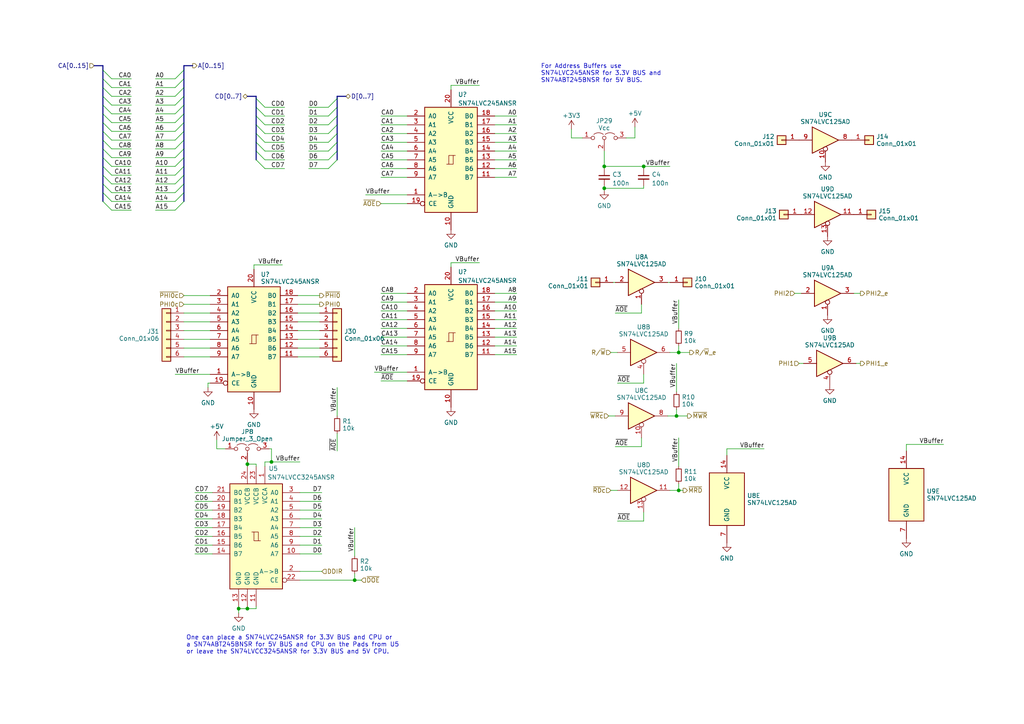
<source format=kicad_sch>
(kicad_sch (version 20230121) (generator eeschema)
  (paper "A4")
  (title_block (title "Unicomp v2 - 6502 6802 Board") (date "2023-07-06") (rev "v1") (company "100% Offner") (comment 1 "v1: Initial"))
  (lib_symbols
    (symbol "74xx:74LS125" (pin_names (offset 1.016))
      (property "Reference" "U" (at 0 1.27 0))
      (property "Value" "74LS125" (at 0 -1.27 0))
      (symbol "74LS125_1_0"
        (polyline (pts (xy -3.81 3.81) (xy -3.81 -3.81) (xy 3.81 0) (xy -3.81 3.81)) (stroke (width 0.254)) (fill (type background)))
        (pin input inverted (at 0 -6.35 90) (length 4.445) (name "~") (number "1"))
        (pin input line (at -7.62 0 0) (length 3.81) (name "~") (number "2"))
        (pin tri_state line (at 7.62 0 180) (length 3.81) (name "~") (number "3"))
      )
      (symbol "74LS125_2_0"
        (polyline (pts (xy -3.81 3.81) (xy -3.81 -3.81) (xy 3.81 0) (xy -3.81 3.81)) (stroke (width 0.254)) (fill (type background)))
        (pin input inverted (at 0 -6.35 90) (length 4.445) (name "~") (number "4"))
        (pin input line (at -7.62 0 0) (length 3.81) (name "~") (number "5"))
        (pin tri_state line (at 7.62 0 180) (length 3.81) (name "~") (number "6"))
      )
      (symbol "74LS125_3_0"
        (polyline (pts (xy -3.81 3.81) (xy -3.81 -3.81) (xy 3.81 0) (xy -3.81 3.81)) (stroke (width 0.254)) (fill (type background)))
        (pin input inverted (at 0 -6.35 90) (length 4.445) (name "~") (number "10"))
        (pin tri_state line (at 7.62 0 180) (length 3.81) (name "~") (number "8"))
        (pin input line (at -7.62 0 0) (length 3.81) (name "~") (number "9"))
      )
      (symbol "74LS125_4_0"
        (polyline (pts (xy -3.81 3.81) (xy -3.81 -3.81) (xy 3.81 0) (xy -3.81 3.81)) (stroke (width 0.254)) (fill (type background)))
        (pin tri_state line (at 7.62 0 180) (length 3.81) (name "~") (number "11"))
        (pin input line (at -7.62 0 0) (length 3.81) (name "~") (number "12"))
        (pin input inverted (at 0 -6.35 90) (length 4.445) (name "~") (number "13"))
      )
      (symbol "74LS125_5_0"
        (pin power_in line (at 0 12.7 270) (length 5.08) (name "VCC") (number "14"))
        (pin power_in line (at 0 -12.7 90) (length 5.08) (name "GND") (number "7"))
      )
      (symbol "74LS125_5_1"
        (rectangle (start -5.08 7.62) (end 5.08 -7.62) (stroke (width 0.254)) (fill (type background)))
      )
    )
    (symbol "74xx:74LS245" (pin_names (offset 1.016))
      (property "Reference" "U" (at -7.62 16.51 0))
      (property "Value" "74LS245" (at -7.62 -16.51 0))
      (symbol "74LS245_1_0"
        (polyline (pts (xy -0.635 -1.27) (xy -0.635 1.27) (xy 0.635 1.27)))
        (polyline (pts (xy -1.27 -1.27) (xy 0.635 -1.27) (xy 0.635 1.27) (xy 1.27 1.27)))
        (pin input line (at -12.7 -10.16 0) (length 5.08) (name "A->B") (number "1"))
        (pin power_in line (at 0 -20.32 90) (length 5.08) (name "GND") (number "10"))
        (pin tri_state line (at 12.7 -5.08 180) (length 5.08) (name "B7") (number "11"))
        (pin tri_state line (at 12.7 -2.54 180) (length 5.08) (name "B6") (number "12"))
        (pin tri_state line (at 12.7 0 180) (length 5.08) (name "B5") (number "13"))
        (pin tri_state line (at 12.7 2.54 180) (length 5.08) (name "B4") (number "14"))
        (pin tri_state line (at 12.7 5.08 180) (length 5.08) (name "B3") (number "15"))
        (pin tri_state line (at 12.7 7.62 180) (length 5.08) (name "B2") (number "16"))
        (pin tri_state line (at 12.7 10.16 180) (length 5.08) (name "B1") (number "17"))
        (pin tri_state line (at 12.7 12.7 180) (length 5.08) (name "B0") (number "18"))
        (pin input inverted (at -12.7 -12.7 0) (length 5.08) (name "CE") (number "19"))
        (pin tri_state line (at -12.7 12.7 0) (length 5.08) (name "A0") (number "2"))
        (pin power_in line (at 0 20.32 270) (length 5.08) (name "VCC") (number "20"))
        (pin tri_state line (at -12.7 10.16 0) (length 5.08) (name "A1") (number "3"))
        (pin tri_state line (at -12.7 7.62 0) (length 5.08) (name "A2") (number "4"))
        (pin tri_state line (at -12.7 5.08 0) (length 5.08) (name "A3") (number "5"))
        (pin tri_state line (at -12.7 2.54 0) (length 5.08) (name "A4") (number "6"))
        (pin tri_state line (at -12.7 0 0) (length 5.08) (name "A5") (number "7"))
        (pin tri_state line (at -12.7 -2.54 0) (length 5.08) (name "A6") (number "8"))
        (pin tri_state line (at -12.7 -5.08 0) (length 5.08) (name "A7") (number "9"))
      )
      (symbol "74LS245_1_1"
        (rectangle (start -7.62 15.24) (end 7.62 -15.24) (stroke (width 0.254)) (fill (type background)))
      )
    )
    (symbol "Connector_Generic:Conn_01x01" (pin_names (offset 1.016) hide)
      (property "Reference" "J" (at 0 2.54 0))
      (property "Value" "Conn_01x01" (at 0 -2.54 0))
      (symbol "Conn_01x01_1_1"
        (rectangle (start -1.27 0.127) (end 0 -0.127) (stroke (width 0.1524)))
        (rectangle (start -1.27 1.27) (end 1.27 -1.27) (stroke (width 0.254)) (fill (type background)))
        (pin passive line (at -5.08 0 0) (length 3.81) (name "Pin_1") (number "1"))
      )
    )
    (symbol "Connector_Generic:Conn_01x06" (pin_names (offset 1.016) hide)
      (property "Reference" "J" (at 0 7.62 0))
      (property "Value" "Conn_01x06" (at 0 -10.16 0))
      (symbol "Conn_01x06_1_1"
        (rectangle (start -1.27 -7.493) (end 0 -7.747) (stroke (width 0.1524)))
        (rectangle (start -1.27 -4.953) (end 0 -5.207) (stroke (width 0.1524)))
        (rectangle (start -1.27 -2.413) (end 0 -2.667) (stroke (width 0.1524)))
        (rectangle (start -1.27 0.127) (end 0 -0.127) (stroke (width 0.1524)))
        (rectangle (start -1.27 2.667) (end 0 2.413) (stroke (width 0.1524)))
        (rectangle (start -1.27 5.207) (end 0 4.953) (stroke (width 0.1524)))
        (rectangle (start -1.27 6.35) (end 1.27 -8.89) (stroke (width 0.254)) (fill (type background)))
        (pin passive line (at -5.08 5.08 0) (length 3.81) (name "Pin_1") (number "1"))
        (pin passive line (at -5.08 2.54 0) (length 3.81) (name "Pin_2") (number "2"))
        (pin passive line (at -5.08 0 0) (length 3.81) (name "Pin_3") (number "3"))
        (pin passive line (at -5.08 -2.54 0) (length 3.81) (name "Pin_4") (number "4"))
        (pin passive line (at -5.08 -5.08 0) (length 3.81) (name "Pin_5") (number "5"))
        (pin passive line (at -5.08 -7.62 0) (length 3.81) (name "Pin_6") (number "6"))
      )
    )
    (symbol "Device:C_Small" (pin_numbers hide) (pin_names (offset 0.254) hide)
      (property "Reference" "C" (at 0.254 1.778 0))
      (property "Value" "C_Small" (at 0.254 -2.032 0))
      (symbol "C_Small_0_1"
        (polyline (pts (xy -1.524 -0.508) (xy 1.524 -0.508)) (stroke (width 0.3302)))
        (polyline (pts (xy -1.524 0.508) (xy 1.524 0.508)) (stroke (width 0.3048)))
      )
      (symbol "C_Small_1_1"
        (pin passive line (at 0 2.54 270) (length 2.032) (name "~") (number "1"))
        (pin passive line (at 0 -2.54 90) (length 2.032) (name "~") (number "2"))
      )
    )
    (symbol "Device:R_Small" (pin_numbers hide) (pin_names (offset 0.254) hide)
      (property "Reference" "R" (at 0.762 0.508 0))
      (property "Value" "R_Small" (at 0.762 -1.016 0))
      (symbol "R_Small_0_1"
        (rectangle (start -0.762 1.778) (end 0.762 -1.778) (stroke (width 0.2032)))
      )
      (symbol "R_Small_1_1"
        (pin passive line (at 0 2.54 270) (length 0.762) (name "~") (number "1"))
        (pin passive line (at 0 -2.54 90) (length 0.762) (name "~") (number "2"))
      )
    )
    (symbol "Jumper:Jumper_3_Open" (pin_names (offset 0) hide)
      (property "Reference" "JP" (at -2.54 -2.54 0))
      (property "Value" "Jumper_3_Open" (at 0 2.794 0))
      (symbol "Jumper_3_Open_0_0"
        (circle (center -3.302 0) (radius 0.508))
        (circle (center 0 0) (radius 0.508))
        (circle (center 3.302 0) (radius 0.508))
      )
      (symbol "Jumper_3_Open_0_1"
        (arc (start -0.254 1.016) (mid -1.651 1.4992) (end -3.048 1.016))
        (polyline (pts (xy 0 -0.508) (xy 0 -1.27)))
        (arc (start 3.048 1.016) (mid 1.651 1.4992) (end 0.254 1.016))
      )
      (symbol "Jumper_3_Open_1_1"
        (pin passive line (at -6.35 0 0) (length 2.54) (name "A") (number "1"))
        (pin passive line (at 0 -3.81 90) (length 2.54) (name "C") (number "2"))
        (pin passive line (at 6.35 0 180) (length 2.54) (name "B") (number "3"))
      )
    )
    (symbol "my_ics_new:74LVC4245" (pin_names (offset 1.016))
      (property "Reference" "U" (at -7.62 19.05 0))
      (property "Value" "74LVC4245" (at -10.16 16.51 0))
      (symbol "74LVC4245_1_0"
        (polyline (pts (xy -0.635 -1.27) (xy -0.635 1.27) (xy 0.635 1.27)))
        (polyline (pts (xy -1.27 -1.27) (xy 0.635 -1.27) (xy 0.635 1.27) (xy 1.27 1.27)))
        (pin power_in line (at -2.54 20.32 270) (length 5.08) (name "VCCA") (number "1"))
        (pin tri_state line (at -12.7 -5.08 0) (length 5.08) (name "A7") (number "10"))
        (pin power_in line (at 0 -20.32 90) (length 5.08) (name "GND") (number "11"))
        (pin power_in line (at 2.54 -20.32 90) (length 5.08) (name "GND") (number "12"))
        (pin power_in line (at 5.08 -20.32 90) (length 5.08) (name "GND") (number "13"))
        (pin tri_state line (at 12.7 -5.08 180) (length 5.08) (name "B7") (number "14"))
        (pin tri_state line (at 12.7 -2.54 180) (length 5.08) (name "B6") (number "15"))
        (pin tri_state line (at 12.7 0 180) (length 5.08) (name "B5") (number "16"))
        (pin tri_state line (at 12.7 2.54 180) (length 5.08) (name "B4") (number "17"))
        (pin tri_state line (at 12.7 5.08 180) (length 5.08) (name "B3") (number "18"))
        (pin tri_state line (at 12.7 7.62 180) (length 5.08) (name "B2") (number "19"))
        (pin input line (at -12.7 -10.16 0) (length 5.08) (name "A->B") (number "2"))
        (pin tri_state line (at 12.7 10.16 180) (length 5.08) (name "B1") (number "20"))
        (pin tri_state line (at 12.7 12.7 180) (length 5.08) (name "B0") (number "21"))
        (pin input inverted (at -12.7 -12.7 0) (length 5.08) (name "CE") (number "22"))
        (pin power_in line (at 0 20.32 270) (length 5.08) (name "VCCB") (number "23"))
        (pin power_in line (at 2.54 20.32 270) (length 5.08) (name "VCCB") (number "24"))
        (pin tri_state line (at -12.7 12.7 0) (length 5.08) (name "A0") (number "3"))
        (pin tri_state line (at -12.7 10.16 0) (length 5.08) (name "A1") (number "4"))
        (pin tri_state line (at -12.7 7.62 0) (length 5.08) (name "A2") (number "5"))
        (pin tri_state line (at -12.7 5.08 0) (length 5.08) (name "A3") (number "6"))
        (pin tri_state line (at -12.7 2.54 0) (length 5.08) (name "A4") (number "7"))
        (pin tri_state line (at -12.7 0 0) (length 5.08) (name "A5") (number "8"))
        (pin tri_state line (at -12.7 -2.54 0) (length 5.08) (name "A6") (number "9"))
      )
      (symbol "74LVC4245_1_1"
        (rectangle (start -7.62 15.24) (end 7.62 -15.24) (stroke (width 0.254)) (fill (type background)))
      )
    )
    (symbol "power:+3V3" (power) (pin_names (offset 0))
      (property "Value" "+3V3" (at 0 3.556 0))
      (symbol "+3V3_0_1"
        (polyline (pts (xy -0.762 1.27) (xy 0 2.54)))
        (polyline (pts (xy 0 0) (xy 0 2.54)))
        (polyline (pts (xy 0 2.54) (xy 0.762 1.27)))
      )
      (symbol "+3V3_1_1"
        (pin power_in line (at 0 0 90) (length 0) hide (name "+3V3") (number "1"))
      )
    )
    (symbol "power:+5V" (power) (pin_names (offset 0))
      (property "Value" "+5V" (at 0 3.556 0))
      (symbol "+5V_0_1"
        (polyline (pts (xy -0.762 1.27) (xy 0 2.54)))
        (polyline (pts (xy 0 0) (xy 0 2.54)))
        (polyline (pts (xy 0 2.54) (xy 0.762 1.27)))
      )
      (symbol "+5V_1_1"
        (pin power_in line (at 0 0 90) (length 0) hide (name "+5V") (number "1"))
      )
    )
    (symbol "power:GND" (power) (pin_names (offset 0))
      (property "Value" "GND" (at 0 -3.81 0))
      (symbol "GND_0_1"
        (polyline (pts (xy 0 0) (xy 0 -1.27) (xy 1.27 -1.27) (xy 0 -2.54) (xy -1.27 -1.27) (xy 0 -1.27)))
      )
      (symbol "GND_1_1"
        (pin power_in line (at 0 0 270) (length 0) hide (name "GND") (number "1"))
      )
    )
  )
  (junction (at 71.755 176.53))
  (junction (at 196.215 120.65))
  (junction (at 186.69 48.26))
  (junction (at 102.87 168.275))
  (junction (at 71.755 134.62))
  (junction (at 196.85 102.235))
  (junction (at 196.85 142.24))
  (junction (at 69.215 176.53))
  (junction (at 78.74 133.985))
  (junction (at 175.26 48.26))
  (junction (at 175.26 54.61))
  (bus_entry (at 53.34 22.86) (size -2.54 2.54))
  (bus_entry (at 53.34 53.34) (size -2.54 2.54))
  (bus_entry (at 53.34 25.4) (size -2.54 2.54))
  (bus_entry (at 53.34 43.18) (size -2.54 2.54))
  (bus_entry (at 29.845 53.34) (size 2.54 2.54))
  (bus_entry (at 29.845 22.86) (size 2.54 2.54))
  (bus_entry (at 29.845 45.72) (size 2.54 2.54))
  (bus_entry (at 29.845 27.94) (size 2.54 2.54))
  (bus_entry (at 74.295 41.275) (size 2.54 2.54))
  (bus_entry (at 29.845 30.48) (size 2.54 2.54))
  (bus_entry (at 29.845 58.42) (size 2.54 2.54))
  (bus_entry (at 74.295 36.195) (size 2.54 2.54))
  (bus_entry (at 74.295 38.735) (size 2.54 2.54))
  (bus_entry (at 29.845 55.88) (size 2.54 2.54))
  (bus_entry (at 74.295 43.815) (size 2.54 2.54))
  (bus_entry (at 53.34 40.64) (size -2.54 2.54))
  (bus_entry (at 53.34 55.88) (size -2.54 2.54))
  (bus_entry (at 97.79 28.575) (size -2.54 2.54))
  (bus_entry (at 74.295 28.575) (size 2.54 2.54))
  (bus_entry (at 29.845 50.8) (size 2.54 2.54))
  (bus_entry (at 53.34 30.48) (size -2.54 2.54))
  (bus_entry (at 29.845 48.26) (size 2.54 2.54))
  (bus_entry (at 53.34 38.1) (size -2.54 2.54))
  (bus_entry (at 53.34 45.72) (size -2.54 2.54))
  (bus_entry (at 53.34 33.02) (size -2.54 2.54))
  (bus_entry (at 53.34 58.42) (size -2.54 2.54))
  (bus_entry (at 53.34 35.56) (size -2.54 2.54))
  (bus_entry (at 53.34 20.32) (size -2.54 2.54))
  (bus_entry (at 74.295 46.355) (size 2.54 2.54))
  (bus_entry (at 74.295 31.115) (size 2.54 2.54))
  (bus_entry (at 74.295 33.655) (size 2.54 2.54))
  (bus_entry (at 97.79 31.115) (size -2.54 2.54))
  (bus_entry (at 53.34 50.8) (size -2.54 2.54))
  (bus_entry (at 29.845 38.1) (size 2.54 2.54))
  (bus_entry (at 29.845 43.18) (size 2.54 2.54))
  (bus_entry (at 29.845 25.4) (size 2.54 2.54))
  (bus_entry (at 53.34 27.94) (size -2.54 2.54))
  (bus_entry (at 97.79 36.195) (size -2.54 2.54))
  (bus_entry (at 53.34 48.26) (size -2.54 2.54))
  (bus_entry (at 97.79 43.815) (size -2.54 2.54))
  (bus_entry (at 29.845 35.56) (size 2.54 2.54))
  (bus_entry (at 97.79 46.355) (size -2.54 2.54))
  (bus_entry (at 29.845 20.32) (size 2.54 2.54))
  (bus_entry (at 97.79 41.275) (size -2.54 2.54))
  (bus_entry (at 29.845 40.64) (size 2.54 2.54))
  (bus_entry (at 97.79 33.655) (size -2.54 2.54))
  (bus_entry (at 29.845 33.02) (size 2.54 2.54))
  (bus_entry (at 97.79 38.735) (size -2.54 2.54))
  (wire (pts (xy 76.835 133.985) (xy 76.835 135.255)))
  (wire (pts (xy 175.26 48.26) (xy 175.26 48.895)))
  (wire (pts (xy 89.535 36.195) (xy 95.25 36.195)))
  (wire (pts (xy 143.51 95.25) (xy 149.86 95.25)))
  (wire (pts (xy 110.49 41.275) (xy 118.11 41.275)))
  (bus (pts (xy 29.845 50.8) (xy 29.845 48.26)))
  (bus (pts (xy 97.79 43.815) (xy 97.79 41.275)))
  (bus (pts (xy 29.845 48.26) (xy 29.845 45.72)))
  (wire (pts (xy 139.065 76.2) (xy 130.81 76.2)))
  (wire (pts (xy 110.49 90.17) (xy 118.11 90.17)))
  (wire (pts (xy 86.36 95.885) (xy 92.71 95.885)))
  (wire (pts (xy 130.81 76.2) (xy 130.81 77.47)))
  (bus (pts (xy 97.79 41.275) (xy 97.79 38.735)))
  (wire (pts (xy 89.535 48.895) (xy 95.25 48.895)))
  (wire (pts (xy 89.535 31.115) (xy 95.25 31.115)))
  (wire (pts (xy 50.8 108.585) (xy 60.96 108.585)))
  (wire (pts (xy 74.295 176.53) (xy 74.295 175.895)))
  (wire (pts (xy 71.755 176.53) (xy 71.755 175.895)))
  (bus (pts (xy 53.34 33.02) (xy 53.34 30.48)))
  (wire (pts (xy 45.085 30.48) (xy 50.8 30.48)))
  (bus (pts (xy 53.34 38.1) (xy 53.34 35.56)))
  (wire (pts (xy 104.775 168.275) (xy 102.87 168.275)))
  (wire (pts (xy 89.535 38.735) (xy 95.25 38.735)))
  (wire (pts (xy 143.51 43.815) (xy 149.86 43.815)))
  (bus (pts (xy 29.845 38.1) (xy 29.845 35.56)))
  (wire (pts (xy 110.49 48.895) (xy 118.11 48.895)))
  (wire (pts (xy 102.87 153.035) (xy 102.87 161.29)))
  (wire (pts (xy 38.1 38.1) (xy 32.385 38.1)))
  (wire (pts (xy 69.215 176.53) (xy 69.215 175.895)))
  (bus (pts (xy 53.34 30.48) (xy 53.34 27.94)))
  (wire (pts (xy 89.535 33.655) (xy 95.25 33.655)))
  (wire (pts (xy 110.49 43.815) (xy 118.11 43.815)))
  (wire (pts (xy 45.085 27.94) (xy 50.8 27.94)))
  (wire (pts (xy 177.8 81.915) (xy 178.435 81.915)))
  (wire (pts (xy 193.675 120.65) (xy 196.215 120.65)))
  (wire (pts (xy 78.105 130.175) (xy 78.74 130.175)))
  (wire (pts (xy 82.55 41.275) (xy 76.835 41.275)))
  (wire (pts (xy 38.1 50.8) (xy 32.385 50.8)))
  (wire (pts (xy 231.775 105.41) (xy 233.045 105.41)))
  (bus (pts (xy 53.34 45.72) (xy 53.34 43.18)))
  (wire (pts (xy 86.36 90.805) (xy 92.71 90.805)))
  (wire (pts (xy 110.49 110.49) (xy 118.11 110.49)))
  (wire (pts (xy 177.165 102.235) (xy 179.07 102.235)))
  (wire (pts (xy 143.51 48.895) (xy 149.86 48.895)))
  (wire (pts (xy 196.85 140.335) (xy 196.85 142.24)))
  (bus (pts (xy 74.295 38.735) (xy 74.295 36.195)))
  (wire (pts (xy 82.55 48.895) (xy 76.835 48.895)))
  (wire (pts (xy 53.34 93.345) (xy 60.96 93.345)))
  (wire (pts (xy 184.15 36.83) (xy 184.15 40.005)))
  (wire (pts (xy 53.34 85.725) (xy 60.96 85.725)))
  (wire (pts (xy 186.055 90.805) (xy 186.055 88.265)))
  (wire (pts (xy 38.1 30.48) (xy 32.385 30.48)))
  (wire (pts (xy 38.1 55.88) (xy 32.385 55.88)))
  (wire (pts (xy 184.15 40.005) (xy 181.61 40.005)))
  (wire (pts (xy 82.55 38.735) (xy 76.835 38.735)))
  (wire (pts (xy 186.69 48.26) (xy 194.31 48.26)))
  (wire (pts (xy 78.74 130.175) (xy 78.74 133.985)))
  (wire (pts (xy 45.085 53.34) (xy 50.8 53.34)))
  (bus (pts (xy 53.34 22.86) (xy 53.34 20.32)))
  (bus (pts (xy 53.34 25.4) (xy 53.34 22.86)))
  (wire (pts (xy 110.49 33.655) (xy 118.11 33.655)))
  (wire (pts (xy 176.53 120.65) (xy 178.435 120.65)))
  (bus (pts (xy 53.34 27.94) (xy 53.34 25.4)))
  (wire (pts (xy 175.26 54.61) (xy 186.69 54.61)))
  (wire (pts (xy 86.36 98.425) (xy 92.71 98.425)))
  (wire (pts (xy 45.085 60.96) (xy 50.8 60.96)))
  (wire (pts (xy 196.85 142.24) (xy 198.12 142.24)))
  (bus (pts (xy 29.845 35.56) (xy 29.845 33.02)))
  (wire (pts (xy 38.1 35.56) (xy 32.385 35.56)))
  (wire (pts (xy 45.085 25.4) (xy 50.8 25.4)))
  (bus (pts (xy 29.845 19.05) (xy 27.305 19.05)))
  (wire (pts (xy 186.69 54.61) (xy 186.69 53.975)))
  (wire (pts (xy 130.81 24.765) (xy 130.81 26.035)))
  (bus (pts (xy 53.34 20.32) (xy 53.34 19.05)))
  (wire (pts (xy 89.535 46.355) (xy 95.25 46.355)))
  (bus (pts (xy 74.295 27.94) (xy 71.755 27.94)))
  (wire (pts (xy 106.045 56.515) (xy 118.11 56.515)))
  (wire (pts (xy 69.215 177.8) (xy 69.215 176.53)))
  (bus (pts (xy 97.79 27.94) (xy 100.33 27.94)))
  (wire (pts (xy 110.49 51.435) (xy 118.11 51.435)))
  (bus (pts (xy 97.79 36.195) (xy 97.79 33.655)))
  (wire (pts (xy 61.595 145.415) (xy 56.515 145.415)))
  (wire (pts (xy 71.755 133.985) (xy 71.755 134.62)))
  (bus (pts (xy 29.845 30.48) (xy 29.845 27.94)))
  (wire (pts (xy 262.89 130.81) (xy 262.89 128.905)))
  (wire (pts (xy 110.49 100.33) (xy 118.11 100.33)))
  (wire (pts (xy 45.085 22.86) (xy 50.8 22.86)))
  (wire (pts (xy 196.215 105.41) (xy 196.215 113.665)))
  (bus (pts (xy 29.845 40.64) (xy 29.845 38.1)))
  (wire (pts (xy 143.51 87.63) (xy 149.86 87.63)))
  (wire (pts (xy 110.49 36.195) (xy 118.11 36.195)))
  (wire (pts (xy 93.345 160.655) (xy 86.995 160.655)))
  (wire (pts (xy 53.34 100.965) (xy 60.96 100.965)))
  (wire (pts (xy 71.755 134.62) (xy 74.295 134.62)))
  (wire (pts (xy 38.1 60.96) (xy 32.385 60.96)))
  (wire (pts (xy 110.49 92.71) (xy 118.11 92.71)))
  (wire (pts (xy 45.085 35.56) (xy 50.8 35.56)))
  (wire (pts (xy 93.345 153.035) (xy 86.995 153.035)))
  (wire (pts (xy 61.595 150.495) (xy 56.515 150.495)))
  (wire (pts (xy 38.1 33.02) (xy 32.385 33.02)))
  (bus (pts (xy 53.34 50.8) (xy 53.34 48.26)))
  (wire (pts (xy 143.51 38.735) (xy 149.86 38.735)))
  (wire (pts (xy 38.1 48.26) (xy 32.385 48.26)))
  (wire (pts (xy 45.085 58.42) (xy 50.8 58.42)))
  (wire (pts (xy 143.51 51.435) (xy 149.86 51.435)))
  (wire (pts (xy 61.595 160.655) (xy 56.515 160.655)))
  (bus (pts (xy 29.845 43.18) (xy 29.845 40.64)))
  (bus (pts (xy 29.845 53.34) (xy 29.845 50.8)))
  (bus (pts (xy 29.845 58.42) (xy 29.845 55.88)))
  (wire (pts (xy 71.755 176.53) (xy 74.295 176.53)))
  (wire (pts (xy 108.585 107.95) (xy 118.11 107.95)))
  (wire (pts (xy 143.51 46.355) (xy 149.86 46.355)))
  (wire (pts (xy 45.085 50.8) (xy 50.8 50.8)))
  (wire (pts (xy 193.675 81.915) (xy 194.31 81.915)))
  (wire (pts (xy 38.1 22.86) (xy 32.385 22.86)))
  (wire (pts (xy 262.89 128.905) (xy 273.685 128.905)))
  (wire (pts (xy 110.49 46.355) (xy 118.11 46.355)))
  (wire (pts (xy 247.65 85.09) (xy 249.555 85.09)))
  (wire (pts (xy 61.595 158.115) (xy 56.515 158.115)))
  (bus (pts (xy 97.79 33.655) (xy 97.79 31.115)))
  (bus (pts (xy 29.845 25.4) (xy 29.845 22.86)))
  (wire (pts (xy 86.36 93.345) (xy 92.71 93.345)))
  (wire (pts (xy 61.595 155.575) (xy 56.515 155.575)))
  (wire (pts (xy 143.51 90.17) (xy 149.86 90.17)))
  (bus (pts (xy 97.79 28.575) (xy 97.79 27.94)))
  (wire (pts (xy 53.34 98.425) (xy 60.96 98.425)))
  (wire (pts (xy 93.345 150.495) (xy 86.995 150.495)))
  (wire (pts (xy 179.07 111.125) (xy 186.69 111.125)))
  (bus (pts (xy 97.79 38.735) (xy 97.79 36.195)))
  (bus (pts (xy 29.845 22.86) (xy 29.845 20.32)))
  (wire (pts (xy 53.34 88.265) (xy 60.96 88.265)))
  (bus (pts (xy 29.845 33.02) (xy 29.845 30.48)))
  (wire (pts (xy 143.51 41.275) (xy 149.86 41.275)))
  (bus (pts (xy 29.845 55.88) (xy 29.845 53.34)))
  (wire (pts (xy 93.345 155.575) (xy 86.995 155.575)))
  (bus (pts (xy 29.845 20.32) (xy 29.845 19.05)))
  (wire (pts (xy 69.215 176.53) (xy 71.755 176.53)))
  (bus (pts (xy 53.34 35.56) (xy 53.34 33.02)))
  (wire (pts (xy 81.915 76.835) (xy 73.66 76.835)))
  (bus (pts (xy 74.295 33.655) (xy 74.295 31.115)))
  (wire (pts (xy 194.31 102.235) (xy 196.85 102.235)))
  (wire (pts (xy 186.69 48.26) (xy 186.69 48.895)))
  (wire (pts (xy 86.36 85.725) (xy 92.71 85.725)))
  (wire (pts (xy 82.55 46.355) (xy 76.835 46.355)))
  (wire (pts (xy 194.31 142.24) (xy 196.85 142.24)))
  (wire (pts (xy 38.1 25.4) (xy 32.385 25.4)))
  (wire (pts (xy 82.55 43.815) (xy 76.835 43.815)))
  (wire (pts (xy 210.82 130.175) (xy 221.615 130.175)))
  (wire (pts (xy 175.26 43.815) (xy 175.26 48.26)))
  (wire (pts (xy 82.55 36.195) (xy 76.835 36.195)))
  (wire (pts (xy 38.1 45.72) (xy 32.385 45.72)))
  (bus (pts (xy 53.34 19.05) (xy 55.88 19.05)))
  (bus (pts (xy 74.295 31.115) (xy 74.295 28.575)))
  (wire (pts (xy 45.085 40.64) (xy 50.8 40.64)))
  (wire (pts (xy 186.69 111.125) (xy 186.69 108.585)))
  (wire (pts (xy 73.66 76.835) (xy 73.66 78.105)))
  (wire (pts (xy 143.51 102.87) (xy 149.86 102.87)))
  (wire (pts (xy 196.85 86.995) (xy 196.85 95.25)))
  (wire (pts (xy 45.085 48.26) (xy 50.8 48.26)))
  (wire (pts (xy 60.325 111.125) (xy 60.96 111.125)))
  (wire (pts (xy 38.1 58.42) (xy 32.385 58.42)))
  (bus (pts (xy 53.34 58.42) (xy 53.34 55.88)))
  (bus (pts (xy 74.295 28.575) (xy 74.295 27.94)))
  (wire (pts (xy 93.345 142.875) (xy 86.995 142.875)))
  (wire (pts (xy 45.085 55.88) (xy 50.8 55.88)))
  (wire (pts (xy 82.55 33.655) (xy 76.835 33.655)))
  (bus (pts (xy 74.295 41.275) (xy 74.295 38.735)))
  (wire (pts (xy 177.165 142.24) (xy 179.07 142.24)))
  (wire (pts (xy 168.91 40.005) (xy 165.735 40.005)))
  (wire (pts (xy 86.995 133.985) (xy 78.74 133.985)))
  (wire (pts (xy 93.345 158.115) (xy 86.995 158.115)))
  (wire (pts (xy 60.325 112.395) (xy 60.325 111.125)))
  (bus (pts (xy 97.79 46.355) (xy 97.79 43.815)))
  (wire (pts (xy 62.865 130.175) (xy 65.405 130.175)))
  (wire (pts (xy 86.995 168.275) (xy 102.87 168.275)))
  (wire (pts (xy 89.535 43.815) (xy 95.25 43.815)))
  (bus (pts (xy 53.34 43.18) (xy 53.34 40.64)))
  (wire (pts (xy 89.535 41.275) (xy 95.25 41.275)))
  (wire (pts (xy 196.85 100.33) (xy 196.85 102.235)))
  (bus (pts (xy 53.34 55.88) (xy 53.34 53.34)))
  (bus (pts (xy 29.845 45.72) (xy 29.845 43.18)))
  (wire (pts (xy 38.1 53.34) (xy 32.385 53.34)))
  (wire (pts (xy 38.1 43.18) (xy 32.385 43.18)))
  (wire (pts (xy 53.34 90.805) (xy 60.96 90.805)))
  (bus (pts (xy 74.295 36.195) (xy 74.295 33.655)))
  (wire (pts (xy 196.215 120.65) (xy 199.39 120.65)))
  (wire (pts (xy 110.49 87.63) (xy 118.11 87.63)))
  (bus (pts (xy 29.845 27.94) (xy 29.845 25.4)))
  (wire (pts (xy 143.51 100.33) (xy 149.86 100.33)))
  (wire (pts (xy 143.51 92.71) (xy 149.86 92.71)))
  (wire (pts (xy 62.865 127.635) (xy 62.865 130.175)))
  (wire (pts (xy 45.085 38.1) (xy 50.8 38.1)))
  (wire (pts (xy 175.26 55.245) (xy 175.26 54.61)))
  (wire (pts (xy 196.215 118.745) (xy 196.215 120.65)))
  (wire (pts (xy 179.07 151.13) (xy 186.69 151.13)))
  (wire (pts (xy 93.345 147.955) (xy 86.995 147.955)))
  (wire (pts (xy 186.69 151.13) (xy 186.69 148.59)))
  (wire (pts (xy 143.51 36.195) (xy 149.86 36.195)))
  (bus (pts (xy 53.34 53.34) (xy 53.34 50.8)))
  (wire (pts (xy 102.87 166.37) (xy 102.87 168.275)))
  (wire (pts (xy 61.595 142.875) (xy 56.515 142.875)))
  (wire (pts (xy 110.49 85.09) (xy 118.11 85.09)))
  (wire (pts (xy 196.85 127) (xy 196.85 135.255)))
  (bus (pts (xy 53.34 40.64) (xy 53.34 38.1)))
  (wire (pts (xy 230.505 85.09) (xy 232.41 85.09)))
  (wire (pts (xy 110.49 102.87) (xy 118.11 102.87)))
  (wire (pts (xy 110.49 97.79) (xy 118.11 97.79)))
  (wire (pts (xy 196.85 102.235) (xy 200.025 102.235)))
  (wire (pts (xy 97.79 125.73) (xy 97.79 130.81)))
  (wire (pts (xy 97.79 112.395) (xy 97.79 120.65)))
  (wire (pts (xy 110.49 59.055) (xy 118.11 59.055)))
  (bus (pts (xy 74.295 46.355) (xy 74.295 43.815)))
  (wire (pts (xy 78.74 133.985) (xy 76.835 133.985)))
  (wire (pts (xy 249.555 105.41) (xy 248.285 105.41)))
  (wire (pts (xy 86.36 100.965) (xy 92.71 100.965)))
  (wire (pts (xy 186.055 129.54) (xy 186.055 127)))
  (wire (pts (xy 86.36 103.505) (xy 92.71 103.505)))
  (wire (pts (xy 143.51 33.655) (xy 149.86 33.655)))
  (wire (pts (xy 86.36 88.265) (xy 92.71 88.265)))
  (wire (pts (xy 53.34 95.885) (xy 60.96 95.885)))
  (wire (pts (xy 165.735 37.465) (xy 165.735 40.005)))
  (wire (pts (xy 110.49 95.25) (xy 118.11 95.25)))
  (wire (pts (xy 74.295 134.62) (xy 74.295 135.255)))
  (wire (pts (xy 143.51 97.79) (xy 149.86 97.79)))
  (wire (pts (xy 71.755 134.62) (xy 71.755 135.255)))
  (wire (pts (xy 38.1 27.94) (xy 32.385 27.94)))
  (wire (pts (xy 45.085 45.72) (xy 50.8 45.72)))
  (bus (pts (xy 74.295 43.815) (xy 74.295 41.275)))
  (wire (pts (xy 175.26 48.26) (xy 186.69 48.26)))
  (wire (pts (xy 45.085 43.18) (xy 50.8 43.18)))
  (wire (pts (xy 143.51 85.09) (xy 149.86 85.09)))
  (wire (pts (xy 178.435 90.805) (xy 186.055 90.805)))
  (wire (pts (xy 53.34 103.505) (xy 60.96 103.505)))
  (wire (pts (xy 61.595 153.035) (xy 56.515 153.035)))
  (wire (pts (xy 82.55 31.115) (xy 76.835 31.115)))
  (wire (pts (xy 210.82 132.08) (xy 210.82 130.175)))
  (wire (pts (xy 178.435 129.54) (xy 186.055 129.54)))
  (bus (pts (xy 97.79 31.115) (xy 97.79 28.575)))
  (wire (pts (xy 38.1 40.64) (xy 32.385 40.64)))
  (bus (pts (xy 53.34 48.26) (xy 53.34 45.72)))
  (wire (pts (xy 93.345 165.735) (xy 86.995 165.735)))
  (wire (pts (xy 139.065 24.765) (xy 130.81 24.765)))
  (wire (pts (xy 61.595 147.955) (xy 56.515 147.955)))
  (wire (pts (xy 93.345 145.415) (xy 86.995 145.415)))
  (wire (pts (xy 45.085 33.02) (xy 50.8 33.02)))
  (wire (pts (xy 110.49 38.735) (xy 118.11 38.735)))
  (wire (pts (xy 175.26 54.61) (xy 175.26 53.975)))
  (text "One can place a SN74LVC245ANSR for 3.3V BUS and CPU or\na SN74ABT245BNSR for 5V BUS and CPU on the Pads from U5\nor leave the SN74LVCC3245ANSR for 3.3V BUS and 5V CPU.\n" (at 53.975 189.865 0) (effects (font (size 1.27 1.27)) (justify left bottom)))
  (text "For Address Buffers use \nSN74LVC245ANSR for 3.3V BUS and\nSN74ABT245BNSR for 5V BUS." (at 156.845 24.13 0) (effects (font (size 1.27 1.27)) (justify left bottom)))
  (label "VBuffer" (at 50.8 108.585 0))
  (label "CA9" (at 110.49 87.63 0))
  (label "CA8" (at 38.1 43.18 180))
  (label "A5" (at 45.085 35.56 0))
  (label "CD2" (at 82.55 36.195 180))
  (label "D2" (at 89.535 36.195 0))
  (label "A14" (at 45.085 58.42 0))
  (label "A11" (at 45.085 50.8 0))
  (label "CD3" (at 82.55 38.735 180))
  (label "CD6" (at 82.55 46.355 180))
  (label "A14" (at 149.86 100.33 180))
  (label "A2" (at 45.085 27.94 0))
  (label "A7" (at 45.085 40.64 0))
  (label "VBuffer" (at 108.585 107.95 0))
  (label "~{AOE}" (at 178.435 90.805 0))
  (label "~{AOE}" (at 178.435 129.54 0))
  (label "A15" (at 45.085 60.96 0))
  (label "CA5" (at 110.49 46.355 0))
  (label "D3" (at 89.535 38.735 0))
  (label "CA3" (at 110.49 41.275 0))
  (label "D5" (at 93.345 147.955 180))
  (label "A13" (at 149.86 97.79 180))
  (label "D5" (at 89.535 43.815 0))
  (label "VBuffer" (at 196.85 127 270))
  (label "D6" (at 93.345 145.415 180))
  (label "A1" (at 45.085 25.4 0))
  (label "A8" (at 45.085 43.18 0))
  (label "A8" (at 149.86 85.09 180))
  (label "VBuffer" (at 194.31 48.26 180))
  (label "CA2" (at 38.1 27.94 180))
  (label "CD0" (at 82.55 31.115 180))
  (label "VBuffer" (at 196.85 86.995 270))
  (label "CA1" (at 38.1 25.4 180))
  (label "A9" (at 149.86 87.63 180))
  (label "VBuffer" (at 81.915 76.835 180))
  (label "A5" (at 149.86 46.355 180))
  (label "CA8" (at 110.49 85.09 0))
  (label "D1" (at 89.535 33.655 0))
  (label "CA1" (at 110.49 36.195 0))
  (label "CD6" (at 56.515 145.415 0))
  (label "CD7" (at 82.55 48.895 180))
  (label "~{AOE}" (at 179.07 151.13 0))
  (label "A4" (at 45.085 33.02 0))
  (label "CD2" (at 56.515 155.575 0))
  (label "D0" (at 89.535 31.115 0))
  (label "D6" (at 89.535 46.355 0))
  (label "CA6" (at 110.49 48.895 0))
  (label "CA7" (at 110.49 51.435 0))
  (label "A7" (at 149.86 51.435 180))
  (label "CA14" (at 38.1 58.42 180))
  (label "CD4" (at 82.55 41.275 180))
  (label "A6" (at 149.86 48.895 180))
  (label "D1" (at 93.345 158.115 180))
  (label "A6" (at 45.085 38.1 0))
  (label "VBuffer" (at 86.995 133.985 180))
  (label "CA10" (at 110.49 90.17 0))
  (label "D4" (at 93.345 150.495 180))
  (label "~{AOE}" (at 97.79 130.81 90))
  (label "CA5" (at 38.1 35.56 180))
  (label "D2" (at 93.345 155.575 180))
  (label "CA9" (at 38.1 45.72 180))
  (label "D7" (at 93.345 142.875 180))
  (label "A9" (at 45.085 45.72 0))
  (label "CD1" (at 82.55 33.655 180))
  (label "CA10" (at 38.1 48.26 180))
  (label "A1" (at 149.86 36.195 180))
  (label "A12" (at 45.085 53.34 0))
  (label "CD3" (at 56.515 153.035 0))
  (label "~{AOE}" (at 110.49 110.49 0))
  (label "CD7" (at 56.515 142.875 0))
  (label "VBuffer" (at 196.215 105.41 270))
  (label "~{AOE}" (at 179.07 111.125 0))
  (label "A10" (at 149.86 90.17 180))
  (label "D3" (at 93.345 153.035 180))
  (label "CD0" (at 56.515 160.655 0))
  (label "CA4" (at 38.1 33.02 180))
  (label "VBuffer" (at 139.065 76.2 180))
  (label "CA12" (at 38.1 53.34 180))
  (label "D7" (at 89.535 48.895 0))
  (label "VBuffer" (at 97.79 112.395 270))
  (label "A12" (at 149.86 95.25 180))
  (label "CD5" (at 56.515 147.955 0))
  (label "A4" (at 149.86 43.815 180))
  (label "CA12" (at 110.49 95.25 0))
  (label "VBuffer" (at 106.045 56.515 0))
  (label "CA11" (at 110.49 92.71 0))
  (label "CA2" (at 110.49 38.735 0))
  (label "VBuffer" (at 139.065 24.765 180))
  (label "A3" (at 45.085 30.48 0))
  (label "A2" (at 149.86 38.735 180))
  (label "CA3" (at 38.1 30.48 180))
  (label "A10" (at 45.085 48.26 0))
  (label "CA6" (at 38.1 38.1 180))
  (label "VBuffer" (at 273.685 128.905 180))
  (label "A15" (at 149.86 102.87 180))
  (label "CA0" (at 38.1 22.86 180))
  (label "D4" (at 89.535 41.275 0))
  (label "VBuffer" (at 221.615 130.175 180))
  (label "CA14" (at 110.49 100.33 0))
  (label "A3" (at 149.86 41.275 180))
  (label "A13" (at 45.085 55.88 0))
  (label "A0" (at 45.085 22.86 0))
  (label "CA15" (at 110.49 102.87 0))
  (label "CD4" (at 56.515 150.495 0))
  (label "CD1" (at 56.515 158.115 0))
  (label "A11" (at 149.86 92.71 180))
  (label "A0" (at 149.86 33.655 180))
  (label "D0" (at 93.345 160.655 180))
  (label "CA4" (at 110.49 43.815 0))
  (label "CD5" (at 82.55 43.815 180))
  (label "CA13" (at 38.1 55.88 180))
  (label "CA11" (at 38.1 50.8 180))
  (label "VBuffer" (at 102.87 153.035 270))
  (label "CA7" (at 38.1 40.64 180))
  (label "CA0" (at 110.49 33.655 0))
  (label "CA15" (at 38.1 60.96 180))
  (label "CA13" (at 110.49 97.79 0))
  (hierarchical_label "~{RDc}" (shape input) (at 177.165 142.24 180))
  (hierarchical_label "CD[0..7]" (shape bidirectional) (at 71.755 27.94 180))
  (hierarchical_label "~{DOE}" (shape input) (at 104.775 168.275 0))
  (hierarchical_label "R{slash}~{W}_e" (shape output) (at 200.025 102.235 0))
  (hierarchical_label "D[0..7]" (shape bidirectional) (at 100.33 27.94 0))
  (hierarchical_label "PHI1_e" (shape output) (at 249.555 105.41 0))
  (hierarchical_label "A[0..15]" (shape output) (at 55.88 19.05 0))
  (hierarchical_label "R{slash}~{W}" (shape input) (at 177.165 102.235 180))
  (hierarchical_label "~{PHI0}" (shape output) (at 92.71 85.725 0))
  (hierarchical_label "~{AOE}" (shape input) (at 110.49 59.055 180))
  (hierarchical_label "PHI1" (shape input) (at 231.775 105.41 180))
  (hierarchical_label "PHI2" (shape input) (at 230.505 85.09 180))
  (hierarchical_label "~{MRD}" (shape output) (at 198.12 142.24 0))
  (hierarchical_label "~{WRc}" (shape input) (at 176.53 120.65 180))
  (hierarchical_label "CA[0..15]" (shape input) (at 27.305 19.05 180))
  (hierarchical_label "DDIR" (shape input) (at 93.345 165.735 0))
  (hierarchical_label "PHI2_e" (shape output) (at 249.555 85.09 0))
  (hierarchical_label "~{PHI0c}" (shape input) (at 53.34 85.725 180))
  (hierarchical_label "PHI0c" (shape input) (at 53.34 88.265 180))
  (hierarchical_label "PHI0" (shape output) (at 92.71 88.265 0))
  (hierarchical_label "~{MWR}" (shape output) (at 199.39 120.65 0))
  (symbol (lib_id "74xx:74LS125") (at 240.665 105.41 0) (unit 2)
    (property "Reference" "U9" (at 240.665 98.02 0))
    (property "Value" "SN74LVC125AD" (at 240.665 100.068 0))
    (property "Footprint" "Package_SO:SOIC-14_3.9x8.7mm_P1.27mm" (effects hide))
    (property "Datasheet" "http://www.ti.com/lit/gpn/sn74LS125" (effects hide))
  )
  (symbol (lib_id "74xx:74LS245") (at 73.66 98.425 0) (unit 1)
    (property "Reference" "U?" (at 75.6159 79.605 0) (effects (justify left)))
    (property "Value" "SN74LVC245ANSR" (at 75.6159 81.653 0) (effects (justify left)))
    (property "Footprint" "Package_SO:SO-20_5.3x12.6mm_P1.27mm" (effects hide))
    (property "Datasheet" "http://www.ti.com/lit/gpn/sn74LS245" (effects hide))
    (instances (project "CPU6502_6802" (path "" (reference "U?") (unit 1)) (path "" (reference "U6") (unit 1))))
  )
  (symbol (lib_id "Connector_Generic:Conn_01x06") (at 97.79 95.885 0) (unit 1)
    (property "Reference" "J30" (at 99.822 96.131 0) (effects (justify left)))
    (property "Value" "Conn_01x06" (at 99.822 98.179 0) (effects (justify left)))
    (property "Footprint" "Connector_PinHeader_1.27mm:PinHeader_1x06_P1.27mm_Vertical" (effects hide))
  )
  (symbol (lib_id "Connector_Generic:Conn_01x01") (at 252.73 62.23 0) (unit 1)
    (property "Reference" "J15" (at 254.762 61.206 0) (effects (justify left)))
    (property "Value" "Conn_01x01" (at 254.762 63.254 0) (effects (justify left)))
    (property "Footprint" "Connector_PinHeader_1.27mm:PinHeader_1x01_P1.27mm_Vertical" (effects hide))
  )
  (symbol (lib_id "74xx:74LS125") (at 240.03 85.09 0) (unit 1)
    (property "Reference" "U9" (at 240.03 77.7 0))
    (property "Value" "SN74LVC125AD" (at 240.03 79.748 0))
    (property "Footprint" "Package_SO:SOIC-14_3.9x8.7mm_P1.27mm" (effects hide))
    (property "Datasheet" "http://www.ti.com/lit/gpn/sn74LS125" (effects hide))
  )
  (symbol (lib_id "power:GND") (at 175.26 55.245 0) (unit 1)
    (property "Reference" "#PWR?" (effects hide))
    (property "Value" "GND" (at 175.26 59.6884 0))
    (instances (project "CPU6502_6802" (path "" (reference "#PWR?") (unit 1)) (path "" (reference "#PWR047") (unit 1))))
  )
  (symbol (lib_id "74xx:74LS125") (at 210.82 144.78 0) (unit 5)
    (property "Reference" "U8" (at 216.662 143.756 0) (effects (justify left)))
    (property "Value" "SN74LVC125AD" (at 216.662 145.804 0) (effects (justify left)))
    (property "Footprint" "Package_SO:SOIC-14_3.9x8.7mm_P1.27mm" (effects hide))
    (property "Datasheet" "http://www.ti.com/lit/gpn/sn74LS125" (effects hide))
  )
  (symbol (lib_id "power:GND") (at 240.03 91.44 0) (mirror y) (unit 1)
    (property "Reference" "#PWR?" (effects hide))
    (property "Value" "GND" (at 240.03 95.8834 0))
    (instances (project "CPU6502_6802" (path "" (reference "#PWR?") (unit 1)) (path "" (reference "#PWR064") (unit 1))))
  )
  (symbol (lib_id "power:GND") (at 262.89 156.21 0) (mirror y) (unit 1)
    (property "Reference" "#PWR?" (effects hide))
    (property "Value" "GND" (at 262.89 160.6534 0))
    (instances (project "CPU6502_6802" (path "" (reference "#PWR?") (unit 1)) (path "" (reference "#PWR051") (unit 1))))
  )
  (symbol (lib_id "my_ics_new:74LVC4245") (at 74.295 155.575 0) (mirror y) (unit 1)
    (property "Reference" "U5" (at 80.645 135.89 0) (effects (justify left)))
    (property "Value" "SN74LVCC3245ANSR" (at 97.155 138.43 0) (effects (justify left)))
    (property "Footprint" "Package_SO:SO-24_5.3x15mm_P1.27mm" (effects hide))
    (property "Datasheet" "https://www.ti.com/lit/ds/symlink/sn74lvc4245a.pdf" (effects hide))
  )
  (symbol (lib_id "power:GND") (at 73.66 118.745 0) (unit 1)
    (property "Reference" "#PWR?" (effects hide))
    (property "Value" "GND" (at 73.66 123.1884 0))
    (instances (project "CPU6502_6802" (path "" (reference "#PWR?") (unit 1)) (path "" (reference "#PWR050") (unit 1))))
  )
  (symbol (lib_id "Jumper:Jumper_3_Open") (at 71.755 130.175 0) (unit 1)
    (property "Reference" "JP8" (at 71.755 125.2228 0))
    (property "Value" "Jumper_3_Open" (at 71.755 127.2708 0))
    (property "Footprint" "Jumper:SolderJumper-3_P1.3mm_Open_Pad1.0x1.5mm_NumberLabels" (effects hide))
  )
  (symbol (lib_id "Connector_Generic:Conn_01x01") (at 252.095 40.64 0) (unit 1)
    (property "Reference" "J14" (at 254.127 39.616 0) (effects (justify left)))
    (property "Value" "Conn_01x01" (at 254.127 41.664 0) (effects (justify left)))
    (property "Footprint" "Connector_PinHeader_1.27mm:PinHeader_1x01_P1.27mm_Vertical" (effects hide))
  )
  (symbol (lib_id "power:GND") (at 130.81 118.11 0) (unit 1)
    (property "Reference" "#PWR?" (effects hide))
    (property "Value" "GND" (at 130.81 122.5534 0))
    (instances (project "CPU6502_6802" (path "" (reference "#PWR?") (unit 1)) (path "" (reference "#PWR015") (unit 1))))
  )
  (symbol (lib_id "power:GND") (at 239.395 46.99 0) (mirror y) (unit 1)
    (property "Reference" "#PWR?" (effects hide))
    (property "Value" "GND" (at 239.395 51.4334 0))
    (instances (project "CPU6502_6802" (path "" (reference "#PWR?") (unit 1)) (path "" (reference "#PWR061") (unit 1))))
  )
  (symbol (lib_id "power:GND") (at 60.325 112.395 0) (unit 1)
    (property "Reference" "#PWR?" (effects hide))
    (property "Value" "GND" (at 60.325 116.8384 0))
    (instances (project "CPU6502_6802" (path "" (reference "#PWR?") (unit 1)) (path "" (reference "#PWR049") (unit 1))))
  )
  (symbol (lib_id "74xx:74LS125") (at 262.89 143.51 0) (unit 5)
    (property "Reference" "U9" (at 268.732 142.486 0) (effects (justify left)))
    (property "Value" "SN74LVC125AD" (at 268.732 144.534 0) (effects (justify left)))
    (property "Footprint" "Package_SO:SOIC-14_3.9x8.7mm_P1.27mm" (effects hide))
    (property "Datasheet" "http://www.ti.com/lit/gpn/sn74LS125" (effects hide))
  )
  (symbol (lib_id "power:+5V") (at 62.865 127.635 0) (unit 1)
    (property "Reference" "#PWR032" (effects hide))
    (property "Value" "+5V" (at 62.865 123.69 0))
  )
  (symbol (lib_id "Device:R_Small") (at 196.85 137.795 0) (unit 1)
    (property "Reference" "R11" (at 198.3486 136.771 0) (effects (justify left)))
    (property "Value" "10k" (at 198.3486 138.819 0) (effects (justify left)))
    (property "Footprint" "Resistor_SMD:R_1206_3216Metric_Pad1.30x1.75mm_HandSolder" (effects hide))
  )
  (symbol (lib_id "power:GND") (at 210.82 157.48 0) (mirror y) (unit 1)
    (property "Reference" "#PWR?" (effects hide))
    (property "Value" "GND" (at 210.82 161.9234 0))
    (instances (project "CPU6502_6802" (path "" (reference "#PWR?") (unit 1)) (path "" (reference "#PWR014") (unit 1))))
  )
  (symbol (lib_id "Jumper:Jumper_3_Open") (at 175.26 40.005 0) (unit 1)
    (property "Reference" "JP29" (at 175.26 35.0528 0))
    (property "Value" "Vcc" (at 175.26 37.1008 0))
    (property "Footprint" "Jumper:SolderJumper-3_P1.3mm_Open_RoundedPad1.0x1.5mm_NumberLabels" (effects hide))
  )
  (symbol (lib_id "Device:R_Small") (at 102.87 163.83 0) (unit 1)
    (property "Reference" "R2" (at 104.3686 162.806 0) (effects (justify left)))
    (property "Value" "10k" (at 104.3686 164.854 0) (effects (justify left)))
    (property "Footprint" "Resistor_SMD:R_1206_3216Metric_Pad1.30x1.75mm_HandSolder" (effects hide))
  )
  (symbol (lib_id "power:GND") (at 130.81 66.675 0) (unit 1)
    (property "Reference" "#PWR?" (effects hide))
    (property "Value" "GND" (at 130.81 71.1184 0))
    (instances (project "CPU6502_6802" (path "" (reference "#PWR?") (unit 1)) (path "" (reference "#PWR011") (unit 1))))
  )
  (symbol (lib_id "74xx:74LS125") (at 186.69 102.235 0) (unit 2)
    (property "Reference" "U8" (at 186.69 94.845 0))
    (property "Value" "SN74LVC125AD" (at 186.69 96.893 0))
    (property "Footprint" "Package_SO:SOIC-14_3.9x8.7mm_P1.27mm" (effects hide))
    (property "Datasheet" "http://www.ti.com/lit/gpn/sn74LS125" (effects hide))
  )
  (symbol (lib_id "power:GND") (at 69.215 177.8 0) (mirror y) (unit 1)
    (property "Reference" "#PWR?" (effects hide))
    (property "Value" "GND" (at 69.215 182.2434 0))
    (instances (project "CPU6502_6802" (path "" (reference "#PWR?") (unit 1)) (path "" (reference "#PWR034") (unit 1))))
  )
  (symbol (lib_id "Connector_Generic:Conn_01x01") (at 199.39 81.915 0) (unit 1)
    (property "Reference" "J10" (at 201.422 80.891 0) (effects (justify left)))
    (property "Value" "Conn_01x01" (at 201.422 82.939 0) (effects (justify left)))
    (property "Footprint" "Connector_PinHeader_1.27mm:PinHeader_1x01_P1.27mm_Vertical" (effects hide))
  )
  (symbol (lib_id "Device:R_Small") (at 97.79 123.19 0) (unit 1)
    (property "Reference" "R1" (at 99.2886 122.166 0) (effects (justify left)))
    (property "Value" "10k" (at 99.2886 124.214 0) (effects (justify left)))
    (property "Footprint" "Resistor_SMD:R_1206_3216Metric_Pad1.30x1.75mm_HandSolder" (effects hide))
  )
  (symbol (lib_id "74xx:74LS125") (at 239.395 40.64 0) (unit 3)
    (property "Reference" "U9" (at 239.395 33.25 0))
    (property "Value" "SN74LVC125AD" (at 239.395 35.298 0))
    (property "Footprint" "Package_SO:SOIC-14_3.9x8.7mm_P1.27mm" (effects hide))
    (property "Datasheet" "http://www.ti.com/lit/gpn/sn74LS125" (effects hide))
  )
  (symbol (lib_id "Device:C_Small") (at 175.26 51.435 0) (unit 1)
    (property "Reference" "C3" (at 177.5841 50.6066 0) (effects (justify left)))
    (property "Value" "100n" (at 177.5841 53.1435 0) (effects (justify left)))
    (property "Footprint" "Capacitor_SMD:C_1206_3216Metric" (effects hide))
  )
  (symbol (lib_id "Device:C_Small") (at 186.69 51.435 0) (unit 1)
    (property "Reference" "C4" (at 189.0141 50.6066 0) (effects (justify left)))
    (property "Value" "100n" (at 189.0141 53.1435 0) (effects (justify left)))
    (property "Footprint" "Capacitor_SMD:C_1206_3216Metric" (effects hide))
  )
  (symbol (lib_id "Connector_Generic:Conn_01x01") (at 226.695 40.64 0) (mirror y) (unit 1)
    (property "Reference" "J12" (at 224.663 39.616 0) (effects (justify left)))
    (property "Value" "Conn_01x01" (at 224.663 41.664 0) (effects (justify left)))
    (property "Footprint" "Connector_PinHeader_1.27mm:PinHeader_1x01_P1.27mm_Vertical" (effects hide))
  )
  (symbol (lib_id "74xx:74LS245") (at 130.81 97.79 0) (unit 1)
    (property "Reference" "U?" (at 132.8294 78.8502 0) (effects (justify left)))
    (property "Value" "SN74LVC245ANSR" (at 132.8294 81.3871 0) (effects (justify left)))
    (property "Footprint" "Package_SO:SO-20_5.3x12.6mm_P1.27mm" (effects hide))
    (property "Datasheet" "http://www.ti.com/lit/gpn/sn74LS245" (effects hide))
    (instances (project "CPU6502_6802" (path "" (reference "U?") (unit 1)) (path "" (reference "U3") (unit 1))))
  )
  (symbol (lib_id "74xx:74LS125") (at 240.03 62.23 0) (unit 4)
    (property "Reference" "U9" (at 240.03 54.84 0))
    (property "Value" "SN74LVC125AD" (at 240.03 56.888 0))
    (property "Footprint" "Package_SO:SOIC-14_3.9x8.7mm_P1.27mm" (effects hide))
    (property "Datasheet" "http://www.ti.com/lit/gpn/sn74LS125" (effects hide))
  )
  (symbol (lib_id "74xx:74LS245") (at 130.81 46.355 0) (unit 1)
    (property "Reference" "U?" (at 132.8294 27.4152 0) (effects (justify left)))
    (property "Value" "SN74LVC245ANSR" (at 132.8294 29.9521 0) (effects (justify left)))
    (property "Footprint" "Package_SO:SO-20_5.3x12.6mm_P1.27mm" (effects hide))
    (property "Datasheet" "http://www.ti.com/lit/gpn/sn74LS245" (effects hide))
    (instances (project "CPU6502_6802" (path "" (reference "U?") (unit 1)) (path "" (reference "U2") (unit 1))))
  )
  (symbol (lib_id "74xx:74LS125") (at 186.055 120.65 0) (unit 3)
    (property "Reference" "U8" (at 186.055 113.26 0))
    (property "Value" "SN74LVC125AD" (at 186.055 115.308 0))
    (property "Footprint" "Package_SO:SOIC-14_3.9x8.7mm_P1.27mm" (effects hide))
    (property "Datasheet" "http://www.ti.com/lit/gpn/sn74LS125" (effects hide))
  )
  (symbol (lib_id "74xx:74LS125") (at 186.69 142.24 0) (unit 4)
    (property "Reference" "U8" (at 186.69 134.85 0))
    (property "Value" "SN74LVC125AD" (at 186.69 136.898 0))
    (property "Footprint" "Package_SO:SOIC-14_3.9x8.7mm_P1.27mm" (effects hide))
    (property "Datasheet" "http://www.ti.com/lit/gpn/sn74LS125" (effects hide))
  )
  (symbol (lib_id "Connector_Generic:Conn_01x01") (at 172.72 81.915 0) (mirror y) (unit 1)
    (property "Reference" "J11" (at 170.688 80.891 0) (effects (justify left)))
    (property "Value" "Conn_01x01" (at 170.688 82.939 0) (effects (justify left)))
    (property "Footprint" "Connector_PinHeader_1.27mm:PinHeader_1x01_P1.27mm_Vertical" (effects hide))
  )
  (symbol (lib_id "Connector_Generic:Conn_01x06") (at 48.26 95.885 0) (mirror y) (unit 1)
    (property "Reference" "J31" (at 46.228 96.131 0) (effects (justify left)))
    (property "Value" "Conn_01x06" (at 46.228 98.179 0) (effects (justify left)))
    (property "Footprint" "Connector_PinHeader_1.27mm:PinHeader_1x06_P1.27mm_Vertical" (effects hide))
  )
  (symbol (lib_id "Connector_Generic:Conn_01x01") (at 227.33 62.23 0) (mirror y) (unit 1)
    (property "Reference" "J13" (at 225.298 61.206 0) (effects (justify left)))
    (property "Value" "Conn_01x01" (at 225.298 63.254 0) (effects (justify left)))
    (property "Footprint" "Connector_PinHeader_1.27mm:PinHeader_1x01_P1.27mm_Vertical" (effects hide))
  )
  (symbol (lib_id "power:GND") (at 240.665 111.76 0) (mirror y) (unit 1)
    (property "Reference" "#PWR?" (effects hide))
    (property "Value" "GND" (at 240.665 116.2034 0))
    (instances (project "CPU6502_6802" (path "" (reference "#PWR?") (unit 1)) (path "" (reference "#PWR062") (unit 1))))
  )
  (symbol (lib_id "74xx:74LS125") (at 186.055 81.915 0) (unit 1)
    (property "Reference" "U8" (at 186.055 74.525 0))
    (property "Value" "SN74LVC125AD" (at 186.055 76.573 0))
    (property "Footprint" "Package_SO:SOIC-14_3.9x8.7mm_P1.27mm" (effects hide))
    (property "Datasheet" "http://www.ti.com/lit/gpn/sn74LS125" (effects hide))
  )
  (symbol (lib_id "Device:R_Small") (at 196.85 97.79 0) (unit 1)
    (property "Reference" "R9" (at 198.3486 96.766 0) (effects (justify left)))
    (property "Value" "10k" (at 198.3486 98.814 0) (effects (justify left)))
    (property "Footprint" "Resistor_SMD:R_1206_3216Metric_Pad1.30x1.75mm_HandSolder" (effects hide))
  )
  (symbol (lib_id "power:GND") (at 240.03 68.58 0) (mirror y) (unit 1)
    (property "Reference" "#PWR?" (effects hide))
    (property "Value" "GND" (at 240.03 73.0234 0))
    (instances (project "CPU6502_6802" (path "" (reference "#PWR?") (unit 1)) (path "" (reference "#PWR052") (unit 1))))
  )
  (symbol (lib_id "power:+5V") (at 184.15 36.83 0) (unit 1)
    (property "Reference" "#PWR043" (effects hide))
    (property "Value" "+5V" (at 184.15 32.885 0))
  )
  (symbol (lib_id "power:+3V3") (at 165.735 37.465 0) (unit 1)
    (property "Reference" "#PWR044" (effects hide))
    (property "Value" "+3V3" (at 165.735 33.52 0))
  )
  (symbol (lib_id "Device:R_Small") (at 196.215 116.205 0) (unit 1)
    (property "Reference" "R10" (at 197.7136 115.181 0) (effects (justify left)))
    (property "Value" "10k" (at 197.7136 117.229 0) (effects (justify left)))
    (property "Footprint" "Resistor_SMD:R_1206_3216Metric_Pad1.30x1.75mm_HandSolder" (effects hide))
  )
)
</source>
